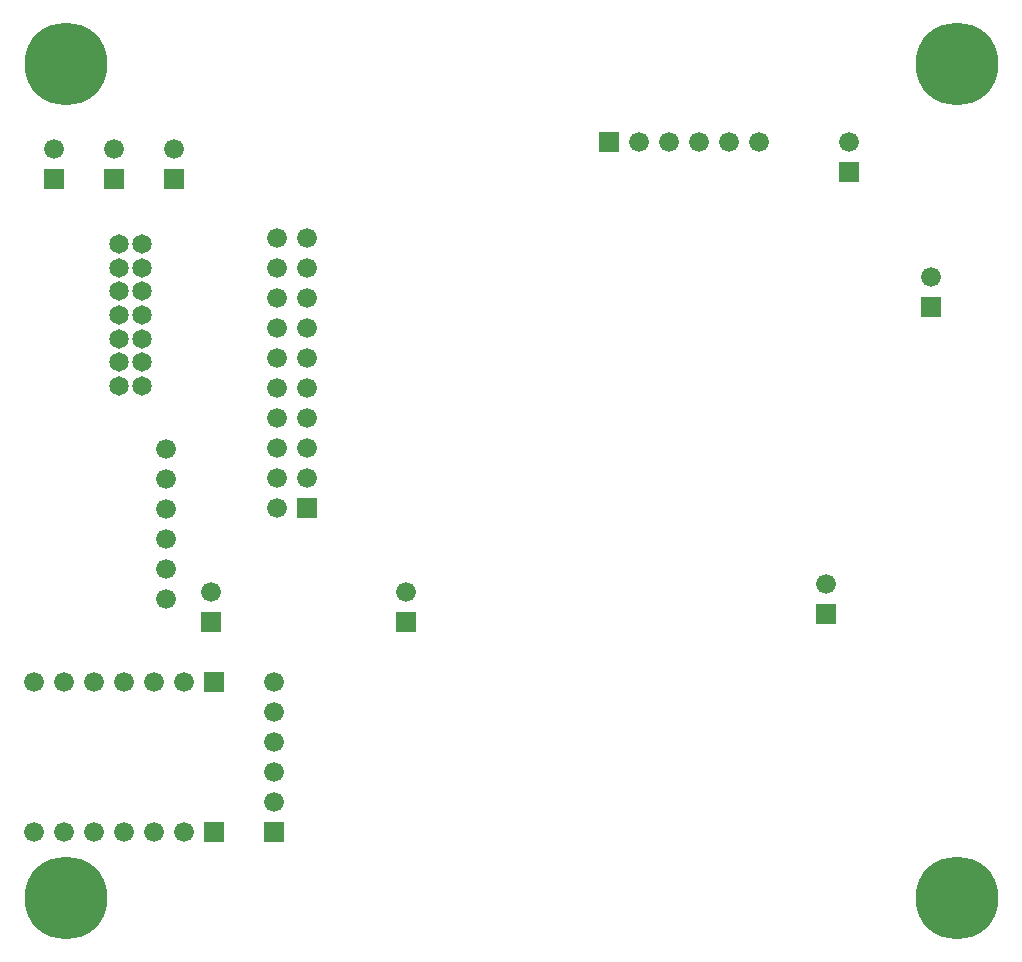
<source format=gbr>
G04 start of page 7 for group -4062 idx -4062 *
G04 Title: (unknown), soldermask *
G04 Creator: pcb 20110918 *
G04 CreationDate: Thu Aug 28 18:43:41 2014 UTC *
G04 For: fosse *
G04 Format: Gerber/RS-274X *
G04 PCB-Dimensions: 348000 372000 *
G04 PCB-Coordinate-Origin: lower left *
%MOIN*%
%FSLAX25Y25*%
%LNBOTTOMMASK*%
%ADD65C,0.0651*%
%ADD64C,0.2760*%
%ADD63C,0.0001*%
%ADD62C,0.0660*%
G54D62*X110500Y241000D03*
G54D63*G36*
X315200Y271300D02*Y264700D01*
X321800D01*
Y271300D01*
X315200D01*
G37*
G54D62*X318500Y278000D03*
G54D63*G36*
X207700Y326300D02*Y319700D01*
X214300D01*
Y326300D01*
X207700D01*
G37*
G54D62*X221000Y323000D03*
X231000D03*
X241000D03*
G54D64*X327000Y349000D03*
G54D62*X251000Y323000D03*
X261000D03*
G54D63*G36*
X287700Y316300D02*Y309700D01*
X294300D01*
Y316300D01*
X287700D01*
G37*
G54D62*X291000Y323000D03*
G54D63*G36*
X280200Y168800D02*Y162200D01*
X286800D01*
Y168800D01*
X280200D01*
G37*
G54D62*X283500Y175500D03*
X110500Y221000D03*
X100500D03*
X110500Y231000D03*
X100500D03*
Y241000D03*
X110500Y251000D03*
Y261000D03*
Y271000D03*
Y281000D03*
Y291000D03*
X100500Y251000D03*
Y261000D03*
Y271000D03*
Y281000D03*
Y291000D03*
G54D63*G36*
X107200Y204300D02*Y197700D01*
X113800D01*
Y204300D01*
X107200D01*
G37*
G54D62*X100500Y201000D03*
X110500Y211000D03*
X100500D03*
G54D63*G36*
X140200Y166300D02*Y159700D01*
X146800D01*
Y166300D01*
X140200D01*
G37*
G54D62*X143500Y173000D03*
G54D63*G36*
X75200Y166300D02*Y159700D01*
X81800D01*
Y166300D01*
X75200D01*
G37*
G54D62*X78500Y173000D03*
X63500Y170500D03*
Y180500D03*
Y190500D03*
Y200500D03*
Y210500D03*
Y220500D03*
G54D65*X47626Y241630D03*
Y249504D03*
X55500Y241630D03*
Y249504D03*
X47626Y257378D03*
X55500D03*
X47626Y265252D03*
Y273126D03*
Y281000D03*
X55500Y265252D03*
Y273126D03*
Y281000D03*
Y288874D03*
G54D63*G36*
X62700Y313800D02*Y307200D01*
X69300D01*
Y313800D01*
X62700D01*
G37*
G54D62*X66000Y320500D03*
G54D65*X47626Y288874D03*
G54D63*G36*
X42700Y313800D02*Y307200D01*
X49300D01*
Y313800D01*
X42700D01*
G37*
G54D62*X46000Y320500D03*
G54D63*G36*
X22700Y313800D02*Y307200D01*
X29300D01*
Y313800D01*
X22700D01*
G37*
G54D62*X26000Y320500D03*
G54D64*X30000Y349000D03*
G54D63*G36*
X76200Y96300D02*Y89700D01*
X82800D01*
Y96300D01*
X76200D01*
G37*
G36*
Y146300D02*Y139700D01*
X82800D01*
Y146300D01*
X76200D01*
G37*
G54D62*X69500Y93000D03*
X59500D03*
X49500D03*
X39500D03*
X29500D03*
X19500D03*
G54D64*X30000Y71000D03*
G54D62*X69500Y143000D03*
X59500D03*
X49500D03*
X39500D03*
X29500D03*
X19500D03*
G54D63*G36*
X96200Y96300D02*Y89700D01*
X102800D01*
Y96300D01*
X96200D01*
G37*
G54D64*X327000Y71000D03*
G54D62*X99500Y103000D03*
Y113000D03*
Y123000D03*
Y133000D03*
Y143000D03*
M02*

</source>
